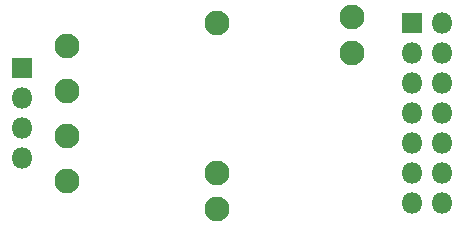
<source format=gbr>
%TF.GenerationSoftware,KiCad,Pcbnew,(5.1.2-1)-1*%
%TF.CreationDate,2019-06-22T13:14:17-07:00*%
%TF.ProjectId,Buck Converter SubBoard 0-2,4275636b-2043-46f6-9e76-657274657220,rev?*%
%TF.SameCoordinates,Original*%
%TF.FileFunction,Soldermask,Bot*%
%TF.FilePolarity,Negative*%
%FSLAX46Y46*%
G04 Gerber Fmt 4.6, Leading zero omitted, Abs format (unit mm)*
G04 Created by KiCad (PCBNEW (5.1.2-1)-1) date 2019-06-22 13:14:17*
%MOMM*%
%LPD*%
G04 APERTURE LIST*
%ADD10R,1.801600X1.801600*%
%ADD11O,1.801600X1.801600*%
%ADD12C,2.101600*%
G04 APERTURE END LIST*
D10*
X87630000Y-97790000D03*
D11*
X87630000Y-100330000D03*
X87630000Y-102870000D03*
X87630000Y-105410000D03*
D10*
X120650000Y-93980000D03*
D11*
X123190000Y-93980000D03*
X120650000Y-96520000D03*
X123190000Y-96520000D03*
X120650000Y-99060000D03*
X123190000Y-99060000D03*
X120650000Y-101600000D03*
X123190000Y-101600000D03*
X120650000Y-104140000D03*
X123190000Y-104140000D03*
X120650000Y-106680000D03*
X123190000Y-106680000D03*
X120650000Y-109220000D03*
X123190000Y-109220000D03*
D12*
X91440000Y-107315000D03*
X91440000Y-103505000D03*
X104140000Y-106680000D03*
X91440000Y-99695000D03*
X104140000Y-93980000D03*
X115570000Y-96520000D03*
X91440000Y-95885000D03*
X115570000Y-93472000D03*
X104140000Y-109728000D03*
M02*

</source>
